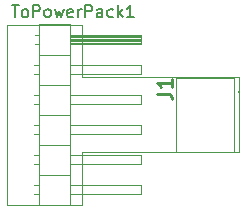
<source format=gbr>
%TF.GenerationSoftware,KiCad,Pcbnew,(7.0.0)*%
%TF.CreationDate,2024-06-17T14:15:37-04:00*%
%TF.ProjectId,Connector Bit,436f6e6e-6563-4746-9f72-204269742e6b,rev?*%
%TF.SameCoordinates,PX5f5e100PY6de6c40*%
%TF.FileFunction,Legend,Top*%
%TF.FilePolarity,Positive*%
%FSLAX46Y46*%
G04 Gerber Fmt 4.6, Leading zero omitted, Abs format (unit mm)*
G04 Created by KiCad (PCBNEW (7.0.0)) date 2024-06-17 14:15:37*
%MOMM*%
%LPD*%
G01*
G04 APERTURE LIST*
%ADD10C,0.254000*%
%ADD11C,0.150000*%
%ADD12C,0.100000*%
%ADD13C,0.200000*%
%ADD14C,0.120000*%
%TA.AperFunction,Profile*%
%ADD15C,0.025400*%
%TD*%
G04 APERTURE END LIST*
D10*
%TO.C,J1*%
X12658373Y9381268D02*
X13565516Y9381268D01*
X13565516Y9381268D02*
X13746945Y9320791D01*
X13746945Y9320791D02*
X13867897Y9199839D01*
X13867897Y9199839D02*
X13928373Y9018410D01*
X13928373Y9018410D02*
X13928373Y8897458D01*
X13928373Y10651268D02*
X13928373Y9925553D01*
X13928373Y10288410D02*
X12658373Y10288410D01*
X12658373Y10288410D02*
X12839802Y10167458D01*
X12839802Y10167458D02*
X12960754Y10046506D01*
X12960754Y10046506D02*
X13021230Y9925553D01*
D11*
%TO.C,ToPowerPack1*%
X389714Y16872620D02*
X961142Y16872620D01*
X675428Y15872620D02*
X675428Y16872620D01*
X1437333Y15872620D02*
X1342095Y15920239D01*
X1342095Y15920239D02*
X1294476Y15967858D01*
X1294476Y15967858D02*
X1246857Y16063096D01*
X1246857Y16063096D02*
X1246857Y16348810D01*
X1246857Y16348810D02*
X1294476Y16444048D01*
X1294476Y16444048D02*
X1342095Y16491667D01*
X1342095Y16491667D02*
X1437333Y16539286D01*
X1437333Y16539286D02*
X1580190Y16539286D01*
X1580190Y16539286D02*
X1675428Y16491667D01*
X1675428Y16491667D02*
X1723047Y16444048D01*
X1723047Y16444048D02*
X1770666Y16348810D01*
X1770666Y16348810D02*
X1770666Y16063096D01*
X1770666Y16063096D02*
X1723047Y15967858D01*
X1723047Y15967858D02*
X1675428Y15920239D01*
X1675428Y15920239D02*
X1580190Y15872620D01*
X1580190Y15872620D02*
X1437333Y15872620D01*
X2199238Y15872620D02*
X2199238Y16872620D01*
X2199238Y16872620D02*
X2580190Y16872620D01*
X2580190Y16872620D02*
X2675428Y16825000D01*
X2675428Y16825000D02*
X2723047Y16777381D01*
X2723047Y16777381D02*
X2770666Y16682143D01*
X2770666Y16682143D02*
X2770666Y16539286D01*
X2770666Y16539286D02*
X2723047Y16444048D01*
X2723047Y16444048D02*
X2675428Y16396429D01*
X2675428Y16396429D02*
X2580190Y16348810D01*
X2580190Y16348810D02*
X2199238Y16348810D01*
X3342095Y15872620D02*
X3246857Y15920239D01*
X3246857Y15920239D02*
X3199238Y15967858D01*
X3199238Y15967858D02*
X3151619Y16063096D01*
X3151619Y16063096D02*
X3151619Y16348810D01*
X3151619Y16348810D02*
X3199238Y16444048D01*
X3199238Y16444048D02*
X3246857Y16491667D01*
X3246857Y16491667D02*
X3342095Y16539286D01*
X3342095Y16539286D02*
X3484952Y16539286D01*
X3484952Y16539286D02*
X3580190Y16491667D01*
X3580190Y16491667D02*
X3627809Y16444048D01*
X3627809Y16444048D02*
X3675428Y16348810D01*
X3675428Y16348810D02*
X3675428Y16063096D01*
X3675428Y16063096D02*
X3627809Y15967858D01*
X3627809Y15967858D02*
X3580190Y15920239D01*
X3580190Y15920239D02*
X3484952Y15872620D01*
X3484952Y15872620D02*
X3342095Y15872620D01*
X4008762Y16539286D02*
X4199238Y15872620D01*
X4199238Y15872620D02*
X4389714Y16348810D01*
X4389714Y16348810D02*
X4580190Y15872620D01*
X4580190Y15872620D02*
X4770666Y16539286D01*
X5532571Y15920239D02*
X5437333Y15872620D01*
X5437333Y15872620D02*
X5246857Y15872620D01*
X5246857Y15872620D02*
X5151619Y15920239D01*
X5151619Y15920239D02*
X5104000Y16015477D01*
X5104000Y16015477D02*
X5104000Y16396429D01*
X5104000Y16396429D02*
X5151619Y16491667D01*
X5151619Y16491667D02*
X5246857Y16539286D01*
X5246857Y16539286D02*
X5437333Y16539286D01*
X5437333Y16539286D02*
X5532571Y16491667D01*
X5532571Y16491667D02*
X5580190Y16396429D01*
X5580190Y16396429D02*
X5580190Y16301191D01*
X5580190Y16301191D02*
X5104000Y16205953D01*
X6008762Y15872620D02*
X6008762Y16539286D01*
X6008762Y16348810D02*
X6056381Y16444048D01*
X6056381Y16444048D02*
X6104000Y16491667D01*
X6104000Y16491667D02*
X6199238Y16539286D01*
X6199238Y16539286D02*
X6294476Y16539286D01*
X6627810Y15872620D02*
X6627810Y16872620D01*
X6627810Y16872620D02*
X7008762Y16872620D01*
X7008762Y16872620D02*
X7104000Y16825000D01*
X7104000Y16825000D02*
X7151619Y16777381D01*
X7151619Y16777381D02*
X7199238Y16682143D01*
X7199238Y16682143D02*
X7199238Y16539286D01*
X7199238Y16539286D02*
X7151619Y16444048D01*
X7151619Y16444048D02*
X7104000Y16396429D01*
X7104000Y16396429D02*
X7008762Y16348810D01*
X7008762Y16348810D02*
X6627810Y16348810D01*
X8056381Y15872620D02*
X8056381Y16396429D01*
X8056381Y16396429D02*
X8008762Y16491667D01*
X8008762Y16491667D02*
X7913524Y16539286D01*
X7913524Y16539286D02*
X7723048Y16539286D01*
X7723048Y16539286D02*
X7627810Y16491667D01*
X8056381Y15920239D02*
X7961143Y15872620D01*
X7961143Y15872620D02*
X7723048Y15872620D01*
X7723048Y15872620D02*
X7627810Y15920239D01*
X7627810Y15920239D02*
X7580191Y16015477D01*
X7580191Y16015477D02*
X7580191Y16110715D01*
X7580191Y16110715D02*
X7627810Y16205953D01*
X7627810Y16205953D02*
X7723048Y16253572D01*
X7723048Y16253572D02*
X7961143Y16253572D01*
X7961143Y16253572D02*
X8056381Y16301191D01*
X8961143Y15920239D02*
X8865905Y15872620D01*
X8865905Y15872620D02*
X8675429Y15872620D01*
X8675429Y15872620D02*
X8580191Y15920239D01*
X8580191Y15920239D02*
X8532572Y15967858D01*
X8532572Y15967858D02*
X8484953Y16063096D01*
X8484953Y16063096D02*
X8484953Y16348810D01*
X8484953Y16348810D02*
X8532572Y16444048D01*
X8532572Y16444048D02*
X8580191Y16491667D01*
X8580191Y16491667D02*
X8675429Y16539286D01*
X8675429Y16539286D02*
X8865905Y16539286D01*
X8865905Y16539286D02*
X8961143Y16491667D01*
X9389715Y15872620D02*
X9389715Y16872620D01*
X9484953Y16253572D02*
X9770667Y15872620D01*
X9770667Y16539286D02*
X9389715Y16158334D01*
X10723048Y15872620D02*
X10151620Y15872620D01*
X10437334Y15872620D02*
X10437334Y16872620D01*
X10437334Y16872620D02*
X10342096Y16729762D01*
X10342096Y16729762D02*
X10246858Y16634524D01*
X10246858Y16634524D02*
X10151620Y16586905D01*
D12*
%TO.C,J1*%
X14284000Y4420000D02*
X14284000Y10720000D01*
X19184000Y4420000D02*
X14284000Y4420000D01*
X14284000Y10720000D02*
X19184000Y10720000D01*
X19184000Y10720000D02*
X19184000Y4420000D01*
D13*
X19609000Y9520000D02*
G75*
G03*
X19609000Y9520000I-50000J0D01*
G01*
D14*
%TO.C,ToPowerPack1*%
X-51000Y15240000D02*
X1219000Y15240000D01*
X-51000Y13970000D02*
X-51000Y15240000D01*
X2261929Y11810000D02*
X2659000Y11810000D01*
X2261929Y11050000D02*
X2659000Y11050000D01*
X2261929Y9270000D02*
X2659000Y9270000D01*
X2261929Y8510000D02*
X2659000Y8510000D01*
X2261929Y6730000D02*
X2659000Y6730000D01*
X2261929Y5970000D02*
X2659000Y5970000D01*
X2261929Y4190000D02*
X2659000Y4190000D01*
X2261929Y3430000D02*
X2659000Y3430000D01*
X2261929Y1650000D02*
X2659000Y1650000D01*
X2261929Y890000D02*
X2659000Y890000D01*
X2329000Y14350000D02*
X2659000Y14350000D01*
X2329000Y13590000D02*
X2659000Y13590000D01*
X2659000Y15300000D02*
X2659000Y-60000D01*
X2659000Y12700000D02*
X5319000Y12700000D01*
X2659000Y10160000D02*
X5319000Y10160000D01*
X2659000Y7620000D02*
X5319000Y7620000D01*
X2659000Y5080000D02*
X5319000Y5080000D01*
X2659000Y2540000D02*
X5319000Y2540000D01*
X2659000Y-60000D02*
X5319000Y-60000D01*
X5319000Y15300000D02*
X2659000Y15300000D01*
X5319000Y14350000D02*
X11319000Y14350000D01*
X5319000Y14290000D02*
X11319000Y14290000D01*
X5319000Y14170000D02*
X11319000Y14170000D01*
X5319000Y14050000D02*
X11319000Y14050000D01*
X5319000Y13930000D02*
X11319000Y13930000D01*
X5319000Y13810000D02*
X11319000Y13810000D01*
X5319000Y13690000D02*
X11319000Y13690000D01*
X5319000Y11810000D02*
X11319000Y11810000D01*
X5319000Y9270000D02*
X11319000Y9270000D01*
X5319000Y6730000D02*
X11319000Y6730000D01*
X5319000Y4190000D02*
X11319000Y4190000D01*
X5319000Y1650000D02*
X11319000Y1650000D01*
X5319000Y-60000D02*
X5319000Y15300000D01*
X11319000Y14350000D02*
X11319000Y13590000D01*
X11319000Y13590000D02*
X5319000Y13590000D01*
X11319000Y11810000D02*
X11319000Y11050000D01*
X11319000Y11050000D02*
X5319000Y11050000D01*
X11319000Y9270000D02*
X11319000Y8510000D01*
X11319000Y8510000D02*
X5319000Y8510000D01*
X11319000Y6730000D02*
X11319000Y5970000D01*
X11319000Y5970000D02*
X5319000Y5970000D01*
X11319000Y4190000D02*
X11319000Y3430000D01*
X11319000Y3430000D02*
X5319000Y3430000D01*
X11319000Y1650000D02*
X11319000Y890000D01*
X11319000Y890000D02*
X5319000Y890000D01*
%TD*%
D15*
X6350000Y15240000D02*
X6350000Y10795000D01*
X6350000Y10795000D02*
X19634000Y10795000D01*
X6350000Y0D02*
X6350000Y4445000D01*
X0Y15240000D02*
X0Y0D01*
X6350000Y4445000D02*
X19634000Y4445000D01*
X0Y15240000D02*
X6350000Y15240000D01*
X0Y0D02*
X6350000Y0D01*
X19634000Y10795000D02*
X19634000Y4445000D01*
M02*

</source>
